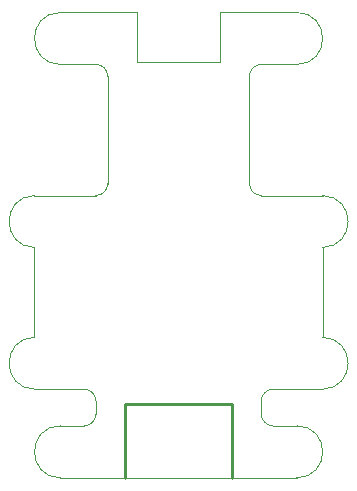
<source format=gbr>
G04*
G04 #@! TF.GenerationSoftware,Altium Limited,Altium Designer,24.1.2 (44)*
G04*
G04 Layer_Color=16711935*
%FSLAX25Y25*%
%MOIN*%
G70*
G04*
G04 #@! TF.SameCoordinates,EC497B79-CED4-4E58-A43C-F9202C23BEB1*
G04*
G04*
G04 #@! TF.FilePolarity,Positive*
G04*
G01*
G75*
%ADD11C,0.01000*%
%ADD13C,0.00394*%
D11*
X33467Y3145D02*
Y27875D01*
X68897D01*
Y3145D02*
Y27875D01*
X33467Y3145D02*
Y27875D01*
X68897Y3145D02*
Y27875D01*
D13*
X78740Y24409D02*
G03*
X82677Y20472I3937J0D01*
G01*
X90551Y3150D02*
G03*
X90551Y20472I0J8661D01*
G01*
Y140945D02*
G03*
X90551Y158268I0J8661D01*
G01*
X3150Y97244D02*
G03*
X3150Y79926I197J-8659D01*
G01*
X23622Y97240D02*
G03*
X27559Y101177I0J3937D01*
G01*
X99212Y79921D02*
G03*
X99212Y97240I-197J8659D01*
G01*
X27559Y137008D02*
G03*
X23622Y140945I-3937J0D01*
G01*
X99212Y32679D02*
G03*
X99212Y49998I-197J8659D01*
G01*
X19685Y20470D02*
G03*
X23622Y24407I0J3937D01*
G01*
X11811Y158268D02*
G03*
X11811Y140945I0J-8661D01*
G01*
X78740Y140945D02*
G03*
X74803Y137008I0J-3937D01*
G01*
X23622Y28740D02*
G03*
X19685Y32677I-3937J0D01*
G01*
X74803Y101177D02*
G03*
X78740Y97240I3937J0D01*
G01*
X82677Y32679D02*
G03*
X78740Y28742I0J-3937D01*
G01*
X11811Y20472D02*
G03*
X11811Y3150I0J-8661D01*
G01*
X3150Y50002D02*
G03*
X3150Y32684I197J-8659D01*
G01*
X64961Y141732D02*
Y158268D01*
X3150Y97240D02*
X23622D01*
X3150Y50000D02*
Y79921D01*
X64961Y158268D02*
X90551D01*
X27559Y101177D02*
Y137008D01*
X99212Y50000D02*
Y79921D01*
X23622Y24407D02*
Y28740D01*
X37402Y141732D02*
X64961D01*
X11811Y140945D02*
X23622D01*
X3150Y32677D02*
X19685D01*
X78740Y24409D02*
Y28742D01*
X11811Y3150D02*
X90551D01*
X37402Y141732D02*
Y158268D01*
X11811D02*
X37402D01*
X78740Y97240D02*
X99212D01*
X78740Y140945D02*
X90551D01*
X82677Y32679D02*
X99212D01*
X74803Y101177D02*
Y137008D01*
X82677Y20472D02*
X90551D01*
X11811Y20470D02*
X19685D01*
M02*

</source>
